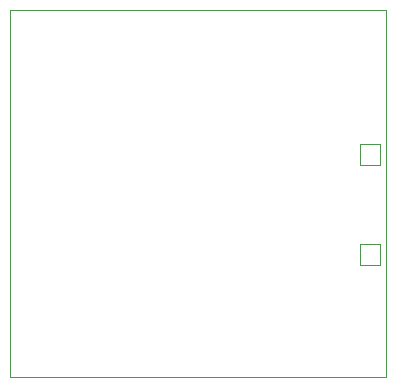
<source format=gbr>
%TF.GenerationSoftware,KiCad,Pcbnew,8.0.4*%
%TF.CreationDate,2024-08-07T16:27:42-04:00*%
%TF.ProjectId,C128VGA,43313238-5647-4412-9e6b-696361645f70,1.0*%
%TF.SameCoordinates,Original*%
%TF.FileFunction,Profile,NP*%
%FSLAX46Y46*%
G04 Gerber Fmt 4.6, Leading zero omitted, Abs format (unit mm)*
G04 Created by KiCad (PCBNEW 8.0.4) date 2024-08-07 16:27:42*
%MOMM*%
%LPD*%
G01*
G04 APERTURE LIST*
%TA.AperFunction,Profile*%
%ADD10C,0.050000*%
%TD*%
%TA.AperFunction,Profile*%
%ADD11C,0.010000*%
%TD*%
G04 APERTURE END LIST*
D10*
X226993600Y-71368100D02*
X258870600Y-71368100D01*
X258870600Y-102508500D01*
X226993600Y-102508500D01*
X226993600Y-71368100D01*
D11*
%TO.C,J2*%
X256618000Y-82708601D02*
X256618000Y-84508600D01*
X256618000Y-84508600D02*
X258318000Y-84508600D01*
X256618000Y-91208600D02*
X256618000Y-93008599D01*
X256618000Y-93008599D02*
X258318000Y-93008600D01*
X258318000Y-82708600D02*
X256618000Y-82708601D01*
X258318000Y-84508600D02*
X258318000Y-82708600D01*
X258318000Y-91208600D02*
X256618000Y-91208600D01*
X258318000Y-93008600D02*
X258318000Y-91208600D01*
%TD*%
M02*

</source>
